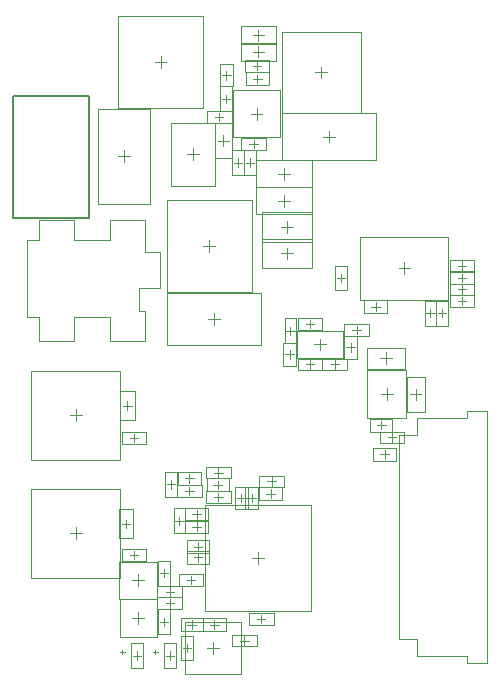
<source format=gbr>
%TF.GenerationSoftware,Altium Limited,Altium Designer,20.1.12 (249)*%
G04 Layer_Color=32768*
%FSLAX45Y45*%
%MOMM*%
%TF.SameCoordinates,4EE8302A-A9A8-49E0-93C5-14594FCB678D*%
%TF.FilePolarity,Positive*%
%TF.FileFunction,Other,M15_-_Top_Courtyard*%
%TF.Part,Single*%
G01*
G75*
%TA.AperFunction,NonConductor*%
%ADD136C,0.05000*%
%ADD137C,0.10000*%
%ADD138C,0.01000*%
%ADD141C,0.12700*%
D136*
X1062500Y155000D02*
Y195000D01*
X1042500Y175000D02*
X1082500D01*
X3705000Y85000D02*
Y145000D01*
Y85000D02*
X3875000D01*
Y2215000D01*
X3705000D02*
X3875000D01*
X3705000Y2155000D02*
Y2215000D01*
X3275000Y2155000D02*
X3705000D01*
X3275000Y2010000D02*
Y2155000D01*
X3125000Y2010000D02*
X3275000D01*
X3125000Y290000D02*
Y2010000D01*
Y290000D02*
X3275000D01*
Y145000D02*
Y290000D01*
Y145000D02*
X3705000D01*
X-22500Y3660000D02*
X77500D01*
Y3835000D01*
X377500D01*
Y3660000D02*
Y3835000D01*
Y3660000D02*
X677500D01*
Y3835000D01*
X977500D01*
Y3560000D02*
Y3835000D01*
Y3560000D02*
X1102500D01*
Y3260000D02*
Y3560000D01*
X927500Y3260000D02*
X1102500D01*
X927500Y3060000D02*
Y3260000D01*
Y3060000D02*
X977500D01*
Y2810000D02*
Y3060000D01*
X677500Y2810000D02*
X977500D01*
X677500D02*
Y3010000D01*
X377500D02*
X677500D01*
X377500Y2810000D02*
Y3010000D01*
X77500Y2810000D02*
X377500D01*
X77500D02*
Y3010000D01*
X-22500D02*
X77500D01*
X-22500D02*
Y3660000D01*
X2467500Y5032500D02*
Y5132500D01*
X2417500Y5082500D02*
X2517500D01*
X2802500Y4742500D02*
Y5422500D01*
X2132500Y4742500D02*
X2802500D01*
X2132500D02*
Y5422500D01*
X2802500D01*
X761500Y622500D02*
X1073500D01*
X761500Y302500D02*
X1073500D01*
Y622500D01*
X761500Y302500D02*
Y622500D01*
X917500Y412500D02*
Y512500D01*
X867500Y462500D02*
X967500D01*
X2800000Y3690000D02*
X3545000D01*
X2800000Y3160000D02*
X3545000D01*
X2800000D02*
Y3690000D01*
X3545000Y3160000D02*
Y3690000D01*
X2460000Y2730000D02*
Y2830000D01*
X2410000Y2780000D02*
X2510000D01*
X2265000Y2895000D02*
X2655000D01*
X2265000Y2665000D02*
X2655000D01*
X2265000D02*
Y2895000D01*
X2655000Y2665000D02*
Y2895000D01*
X1720000Y4532500D02*
Y4932500D01*
X2120000Y4532500D02*
Y4932500D01*
X1720000Y4532500D02*
X2120000D01*
X1720000Y4932500D02*
X2120000D01*
X3187500Y2160001D02*
Y2560001D01*
X2857500Y2160001D02*
Y2560001D01*
X3187500D01*
X2857500Y2160001D02*
X3187500D01*
X390000Y2130000D02*
Y2230000D01*
X340000Y2180000D02*
X440000D01*
X14500Y1804000D02*
Y2556000D01*
Y1804000D02*
X765500D01*
Y2556000D01*
X14500D02*
X765500D01*
X1312500Y-12500D02*
Y427500D01*
X1792500D01*
Y-12500D02*
Y427500D01*
X1312500Y-12500D02*
X1792500D01*
X390000Y1130000D02*
Y1230000D01*
X340000Y1180000D02*
X440000D01*
X14500Y804000D02*
Y1556000D01*
Y804000D02*
X765500D01*
Y1556000D01*
X14500D02*
X765500D01*
X917500Y732500D02*
Y832500D01*
X867500Y782500D02*
X967500D01*
X757500Y938500D02*
X1077500D01*
X757500Y626500D02*
X1077500D01*
X757500D02*
Y938500D01*
X1077500Y626500D02*
Y938500D01*
X762500Y175000D02*
X802500D01*
X782500Y155000D02*
Y195000D01*
D137*
X3172500Y3375000D02*
Y3475000D01*
X3122500Y3425000D02*
X3222500D01*
X1870000Y4732500D02*
X1970000D01*
X1920000Y4682500D02*
Y4782500D01*
X2972500Y2360001D02*
X3072500D01*
X3022500Y2310000D02*
Y2410001D01*
X1552500Y157500D02*
Y257500D01*
X1502500Y207500D02*
X1602500D01*
D138*
X2152500Y3944999D02*
Y4045000D01*
X2102500Y3995000D02*
X2202500D01*
X1917500Y4110000D02*
X2387500D01*
X1917500Y3880000D02*
X2387500D01*
X1917500D02*
Y4110000D01*
X2387500Y3880000D02*
Y4110000D01*
X1967500Y3897500D02*
X2387500D01*
Y3647500D02*
Y3897500D01*
X1967500Y3647500D02*
X2387500D01*
X1967500D02*
Y3897500D01*
X2127500Y3772500D02*
X2227500D01*
X2177500Y3722500D02*
Y3822500D01*
X1592500Y4505000D02*
X1687500D01*
X1640000Y4457500D02*
Y4552500D01*
X1715000Y4354999D02*
Y4654999D01*
X1565000Y4354999D02*
Y4654999D01*
X1715000D01*
X1565000Y4354999D02*
X1715000D01*
X1570000Y4125000D02*
Y4655000D01*
X1200000Y4125000D02*
X1570000D01*
X1335000Y4390000D02*
X1435000D01*
X1385000Y4340000D02*
Y4440000D01*
X1200000Y4125000D02*
Y4655000D01*
X1570000D01*
X3070000Y2042501D02*
Y2152500D01*
X2880000D02*
X3070000D01*
X2880000Y2042501D02*
Y2152500D01*
Y2042501D02*
X3070000D01*
X2937500Y2097501D02*
X3012500D01*
X2975000Y2060000D02*
Y2135001D01*
X3220000Y2357500D02*
X3315000D01*
X3267500Y2310000D02*
Y2405001D01*
X3342500Y2207500D02*
Y2507500D01*
X3192500Y2207500D02*
Y2507500D01*
X3342500D01*
X3192500Y2207500D02*
X3342500D01*
X2132500Y4339999D02*
Y4740000D01*
X2932500D01*
Y4339999D02*
Y4740000D01*
X2132500Y4339999D02*
X2932500D01*
X2482500Y4540000D02*
X2582500D01*
X2532500Y4490000D02*
Y4589999D01*
X1560000Y2947500D02*
Y3047500D01*
X1510000Y2997500D02*
X1610000D01*
X1160000Y2777500D02*
Y3217500D01*
X1960000D01*
Y2777500D02*
Y3217500D01*
X1160000Y2777500D02*
X1960000D01*
X792500Y2262500D02*
X862500D01*
X827500Y2227500D02*
Y2297500D01*
X767500Y2137500D02*
Y2387500D01*
X887500Y2137500D02*
Y2387500D01*
X767500Y2137500D02*
X887500D01*
X767500Y2387500D02*
X887500D01*
X2857500Y2572501D02*
X3177500D01*
X2857500D02*
Y2752501D01*
X2967500Y2662501D02*
X3067500D01*
X3017500Y2612501D02*
Y2712501D01*
X2857500Y2752501D02*
X3177500D01*
Y2572501D02*
Y2752501D01*
X1827500Y4319999D02*
X1897500D01*
X1862500Y4285000D02*
Y4355000D01*
X1812500Y4214999D02*
Y4425000D01*
X1912500Y4214999D02*
Y4425000D01*
X1812500Y4214999D02*
X1912500D01*
X1812500Y4425000D02*
X1912500D01*
X3067500Y1957501D02*
Y2027501D01*
X3032500Y1992501D02*
X3102501D01*
X2962500Y2042500D02*
X3172500D01*
X2962500Y1942501D02*
X3172500D01*
X2962500D02*
Y2042500D01*
X3172500Y1942501D02*
Y2042500D01*
X1885000Y972500D02*
X1985000D01*
X1935000Y922500D02*
Y1022500D01*
X2385000Y522500D02*
Y1422500D01*
X1485000Y522500D02*
Y1422500D01*
X2385000D01*
X1485000Y522500D02*
X2385000D01*
X1160000Y4005000D02*
X1880000D01*
X1160000Y3225000D02*
X1880000D01*
Y4005000D01*
X1160000Y3225000D02*
Y4005000D01*
X1520000Y3565000D02*
Y3665000D01*
X1470000Y3615000D02*
X1570000D01*
X747500Y4780000D02*
X1467500D01*
X747500Y5560000D02*
X1467500D01*
X747500Y4780000D02*
Y5560000D01*
X1467500Y4780000D02*
Y5560000D01*
X1107500Y5120000D02*
Y5220000D01*
X1057500Y5170000D02*
X1157500D01*
X1247500Y1490000D02*
Y1590000D01*
X1457500Y1490000D02*
Y1590000D01*
X1247500D02*
X1457500D01*
X1247500Y1490000D02*
X1457500D01*
X1317500Y1540000D02*
X1387500D01*
X1352500Y1505000D02*
Y1575000D01*
Y1607500D02*
Y1682500D01*
X1315000Y1645000D02*
X1390000D01*
X1257500Y1590000D02*
X1447500D01*
X1257500D02*
Y1700000D01*
X1447500D01*
Y1590000D02*
Y1700000D01*
X1140000Y250000D02*
X1240000D01*
X1140000Y40000D02*
X1240000D01*
Y250000D01*
X1140000Y40000D02*
Y250000D01*
X1190000Y110000D02*
Y180000D01*
X1155000Y145000D02*
X1225000D01*
X1842500Y1480000D02*
X1917500D01*
X1880000Y1442500D02*
Y1517500D01*
X1825000Y1385000D02*
Y1575000D01*
X1935000D01*
Y1385000D02*
Y1575000D01*
X1825000Y1385000D02*
X1935000D01*
X1412500Y1197500D02*
Y1272500D01*
X1375000Y1235000D02*
X1450000D01*
X1317500Y1290000D02*
X1507500D01*
Y1180000D02*
Y1290000D01*
X1317500Y1180000D02*
X1507500D01*
X1317500D02*
Y1290000D01*
X777500Y1262500D02*
X847500D01*
X812500Y1227500D02*
Y1297500D01*
X752500Y1137500D02*
Y1387500D01*
X872500Y1137500D02*
Y1387500D01*
X752500Y1137500D02*
X872500D01*
X752500Y1387500D02*
X872500D01*
X1562500Y367500D02*
Y442500D01*
X1525000Y405000D02*
X1600000D01*
X1467500Y350000D02*
X1657500D01*
X1467500D02*
Y460000D01*
X1657500D01*
Y350000D02*
Y460000D01*
X1085000Y537500D02*
X1185000D01*
X1085000Y327500D02*
X1185000D01*
Y537500D01*
X1085000Y327500D02*
Y537500D01*
X1135000Y397500D02*
Y467500D01*
X1100000Y432500D02*
X1170000D01*
X1147500Y1490000D02*
X1247500D01*
X1147500Y1700000D02*
X1247500D01*
X1147500Y1490000D02*
Y1700000D01*
X1247500Y1490000D02*
Y1700000D01*
X1197500Y1560000D02*
Y1630000D01*
X1162500Y1595000D02*
X1232500D01*
X2157500Y2790000D02*
X2257500D01*
X2157500Y3000000D02*
X2257500D01*
X2157500Y2790000D02*
Y3000000D01*
X2257500Y2790000D02*
Y3000000D01*
X2207500Y2860000D02*
Y2930000D01*
X2172500Y2895000D02*
X2242500D01*
X2165000Y2695000D02*
X2240000D01*
X2202500Y2657500D02*
Y2732500D01*
X2147500Y2600000D02*
Y2790000D01*
X2257500D01*
Y2600000D02*
Y2790000D01*
X2147500Y2600000D02*
X2257500D01*
X1627500Y5060000D02*
X1702500D01*
X1665000Y5022499D02*
Y5097500D01*
X1720000Y4964999D02*
Y5155000D01*
X1610000Y4964999D02*
X1720000D01*
X1610000D02*
Y5155000D01*
X1720000D01*
X2872500Y2850000D02*
Y2950000D01*
X2662500Y2850000D02*
Y2950000D01*
Y2850000D02*
X2872500D01*
X2662500Y2950000D02*
X2872500D01*
X2732500Y2900000D02*
X2802500D01*
X2767500Y2865000D02*
Y2935000D01*
X3765000Y3195000D02*
Y3295000D01*
X3555000Y3195000D02*
Y3295000D01*
Y3195000D02*
X3765000D01*
X3555000Y3295000D02*
X3765000D01*
X3625000Y3245000D02*
X3695000D01*
X3660000Y3210000D02*
Y3280000D01*
X2585000Y3237500D02*
X2685000D01*
X2585000Y3447500D02*
X2685000D01*
X2585000Y3237500D02*
Y3447500D01*
X2685000Y3237500D02*
Y3447500D01*
X2635000Y3307500D02*
Y3377500D01*
X2600000Y3342500D02*
X2670000D01*
X1610000Y4965000D02*
X1710000D01*
X1610000Y4755000D02*
X1710000D01*
Y4965000D01*
X1610000Y4755000D02*
Y4965000D01*
X1660000Y4825000D02*
Y4895000D01*
X1625000Y4860000D02*
X1695000D01*
X1820000Y5085000D02*
Y5185000D01*
X2030000Y5085000D02*
Y5185000D01*
X1820000D02*
X2030000D01*
X1820000Y5085000D02*
X2030000D01*
X1890000Y5134999D02*
X1960000D01*
X1925000Y5099999D02*
Y5170000D01*
X575000Y3972500D02*
Y4772500D01*
Y3972500D02*
X1015000D01*
Y4772500D01*
X575000D02*
X1015000D01*
X795000Y4322500D02*
Y4422500D01*
X745000Y4372500D02*
X845000D01*
X1280000Y105000D02*
X1380000D01*
X1280000Y315000D02*
X1380000D01*
X1280000Y105000D02*
Y315000D01*
X1380000Y105000D02*
Y315000D01*
X1330001Y175000D02*
Y245000D01*
X1295000Y210000D02*
X1365001D01*
X1372500Y367500D02*
Y442500D01*
X1335000Y405000D02*
X1410000D01*
X1277500Y460000D02*
X1467500D01*
Y350000D02*
Y460000D01*
X1277500Y350000D02*
X1467500D01*
X1277500D02*
Y460000D01*
X1425000Y1030000D02*
Y1105000D01*
X1387500Y1067500D02*
X1462500D01*
X1330000Y1012500D02*
X1520000D01*
X1330000D02*
Y1122500D01*
X1520000D01*
Y1012500D02*
Y1122500D01*
X1942500Y1570000D02*
Y1670000D01*
X2152500Y1570000D02*
Y1670000D01*
X1942500D02*
X2152500D01*
X1942500Y1570000D02*
X2152500D01*
X2012500Y1620000D02*
X2082500D01*
X2047500Y1585000D02*
Y1655000D01*
X1085000Y737500D02*
X1185000D01*
X1085000Y947500D02*
X1185000D01*
X1085000Y737500D02*
Y947500D01*
X1185000Y737500D02*
Y947500D01*
X1135000Y807500D02*
Y877500D01*
X1100000Y842500D02*
X1170000D01*
X2040000Y1477500D02*
Y1552500D01*
X2002500Y1515000D02*
X2077500D01*
X1945000Y1460000D02*
X2135000D01*
X1945000D02*
Y1570000D01*
X2135000D01*
Y1460000D02*
Y1570000D01*
X1855000Y402500D02*
Y502500D01*
X2065000Y402500D02*
Y502500D01*
X1855000D02*
X2065000D01*
X1855000Y402500D02*
X2065000D01*
X1925000Y452500D02*
X1995000D01*
X1960000Y417500D02*
Y487500D01*
X1500000Y4655000D02*
Y4755000D01*
X1710000Y4655000D02*
Y4755000D01*
X1500000D02*
X1710000D01*
X1500000Y4655000D02*
X1710000D01*
X1570000Y4704999D02*
X1640000D01*
X1605000Y4670000D02*
Y4740000D01*
X2477500Y2560000D02*
Y2660000D01*
X2267500Y2560000D02*
Y2660000D01*
Y2560000D02*
X2477500D01*
X2267500Y2660000D02*
X2477500D01*
X2337500Y2610000D02*
X2407500D01*
X2372500Y2575000D02*
Y2645000D01*
X2177500Y3500000D02*
Y3600000D01*
X2127500Y3550000D02*
X2227500D01*
X2387500Y3425000D02*
Y3675000D01*
X1967500D02*
X2387500D01*
X1967500Y3425000D02*
Y3675000D01*
Y3425000D02*
X2387500D01*
X3555000Y3295000D02*
Y3395000D01*
X3765000Y3295000D02*
Y3395000D01*
X3555000D02*
X3765000D01*
X3555000Y3295000D02*
X3765000D01*
X3625000Y3345000D02*
X3695000D01*
X3660000Y3310000D02*
Y3380000D01*
X1927500Y4989999D02*
Y5065000D01*
X1890000Y5027499D02*
X1965000D01*
X1832500Y5082499D02*
X2022500D01*
Y4972500D02*
Y5082499D01*
X1832500Y4972500D02*
X2022500D01*
X1832500D02*
Y5082499D01*
X860000Y250000D02*
X960000D01*
X860000Y40000D02*
X960000D01*
Y250000D01*
X860000Y40000D02*
Y250000D01*
X910000Y110000D02*
Y180000D01*
X875000Y145000D02*
X945000D01*
X1492500Y1435000D02*
Y1535000D01*
X1702500Y1435000D02*
Y1535000D01*
X1492500D02*
X1702500D01*
X1492500Y1435000D02*
X1702500D01*
X1562500Y1485000D02*
X1632500D01*
X1597500Y1450000D02*
Y1520000D01*
X987500Y945000D02*
Y1045000D01*
X777500Y945000D02*
Y1045000D01*
Y945000D02*
X987500D01*
X777500Y1045000D02*
X987500D01*
X847500Y995000D02*
X917500D01*
X882500Y960000D02*
Y1030000D01*
X1592500Y1552500D02*
Y1627500D01*
X1555000Y1590000D02*
X1630000D01*
X1497500Y1535000D02*
X1687500D01*
X1497500D02*
Y1645000D01*
X1687500D01*
Y1535000D02*
Y1645000D01*
X1752500Y1480000D02*
X1827500D01*
X1790000Y1442500D02*
Y1517500D01*
X1845000Y1385000D02*
Y1575000D01*
X1735000Y1385000D02*
X1845000D01*
X1735000D02*
Y1575000D01*
X1845000D01*
X1080000Y637500D02*
Y737500D01*
X1290000Y637500D02*
Y737500D01*
X1080000D02*
X1290000D01*
X1080000Y637500D02*
X1290000D01*
X1150000Y687500D02*
X1220000D01*
X1185000Y652500D02*
Y722500D01*
X1702500Y1645000D02*
Y1745000D01*
X1492500Y1645000D02*
Y1745000D01*
Y1645000D02*
X1702500D01*
X1492500Y1745000D02*
X1702500D01*
X1562500Y1695000D02*
X1632500D01*
X1597500Y1660000D02*
Y1730000D01*
X2267500Y2902500D02*
Y3002500D01*
X2477500Y2902500D02*
Y3002500D01*
X2267500D02*
X2477500D01*
X2267500Y2902500D02*
X2477500D01*
X2337500Y2952500D02*
X2407500D01*
X2372500Y2917500D02*
Y2987500D01*
X2680000Y2755000D02*
X2755000D01*
X2717500Y2717500D02*
Y2792500D01*
X2662500Y2660000D02*
Y2850000D01*
X2772500D01*
Y2660000D02*
Y2850000D01*
X2662500Y2660000D02*
X2772500D01*
X1785000Y5182499D02*
Y5332499D01*
X2085000Y5182499D02*
Y5332499D01*
X1785000D02*
X2085000D01*
X1785000Y5182499D02*
X2085000D01*
X1887500Y5257500D02*
X1982500D01*
X1935000Y5209999D02*
Y5304999D01*
X3442500Y3150000D02*
X3542500D01*
X3442500Y2940000D02*
X3542500D01*
Y3150000D01*
X3442500Y2940000D02*
Y3150000D01*
X3492500Y3010000D02*
Y3080000D01*
X3457500Y3045000D02*
X3527500D01*
X3342501Y2940000D02*
X3442500D01*
X3342501Y3150000D02*
X3442500D01*
X3342501Y2940000D02*
Y3150000D01*
X3442500Y2940000D02*
Y3150000D01*
X3392501Y3010000D02*
Y3080000D01*
X3357501Y3045000D02*
X3427501D01*
X2927500Y3062500D02*
Y3137500D01*
X2890000Y3100000D02*
X2965000D01*
X2832500Y3045000D02*
X3022500D01*
X2832500D02*
Y3155000D01*
X3022500D01*
Y3045000D02*
Y3155000D01*
X2387500Y4109999D02*
Y4339999D01*
X1917500Y4109999D02*
Y4339999D01*
Y4109999D02*
X2387500D01*
X1917500Y4339999D02*
X2387500D01*
X2102500Y4224999D02*
X2202500D01*
X2152500Y4174999D02*
Y4274999D01*
X1712500Y4215000D02*
X1812500D01*
X1712500Y4425000D02*
X1812500D01*
X1712500Y4215000D02*
Y4425000D01*
X1812500Y4215000D02*
Y4425000D01*
X1762500Y4285000D02*
Y4355000D01*
X1727500Y4320000D02*
X1797500D01*
X1425000Y940000D02*
Y1015000D01*
X1387500Y977500D02*
X1462500D01*
X1330000Y1032500D02*
X1520000D01*
Y922500D02*
Y1032500D01*
X1330000Y922500D02*
X1520000D01*
X1330000D02*
Y1032500D01*
X1217500Y1392500D02*
X1317500D01*
X1217500Y1182500D02*
X1317500D01*
Y1392500D01*
X1217500Y1182500D02*
Y1392500D01*
X1267500Y1252500D02*
Y1322500D01*
X1232500Y1287500D02*
X1302500D01*
X1412500Y1302500D02*
Y1377500D01*
X1375000Y1340000D02*
X1450000D01*
X1317500Y1395000D02*
X1507500D01*
Y1285000D02*
Y1395000D01*
X1317500Y1285000D02*
X1507500D01*
X1317500D02*
Y1395000D01*
X1470000Y737500D02*
Y837500D01*
X1260000Y737500D02*
Y837500D01*
Y737500D02*
X1470000D01*
X1260000Y837500D02*
X1470000D01*
X1330000Y787500D02*
X1400000D01*
X1365000Y752500D02*
Y822500D01*
X3005000Y1812500D02*
Y1887500D01*
X2967500Y1850000D02*
X3042500D01*
X2910000Y1905000D02*
X3100000D01*
Y1795000D02*
Y1905000D01*
X2910000Y1795000D02*
X3100000D01*
X2910000D02*
Y1905000D01*
X1790000Y4425000D02*
Y4525000D01*
X2000000Y4425000D02*
Y4525000D01*
X1790000D02*
X2000000D01*
X1790000Y4425000D02*
X2000000D01*
X1860000Y4475000D02*
X1930000D01*
X1895000Y4440000D02*
Y4510000D01*
X2477500Y2560000D02*
Y2660000D01*
X2687500Y2560000D02*
Y2660000D01*
X2477500D02*
X2687500D01*
X2477500Y2560000D02*
X2687500D01*
X2547500Y2610000D02*
X2617500D01*
X2582500Y2575000D02*
Y2645000D01*
X3555000Y3095000D02*
Y3195000D01*
X3765000Y3095000D02*
Y3195000D01*
X3555000D02*
X3765000D01*
X3555000Y3095000D02*
X3765000D01*
X3625000Y3145000D02*
X3695000D01*
X3660000Y3110000D02*
Y3180000D01*
X3765000Y3397500D02*
Y3497500D01*
X3555000Y3397500D02*
Y3497500D01*
Y3397500D02*
X3765000D01*
X3555000Y3497500D02*
X3765000D01*
X3625000Y3447500D02*
X3695000D01*
X3660000Y3412500D02*
Y3482500D01*
X1080000Y537500D02*
Y637500D01*
X1290000Y537500D02*
Y637500D01*
X1080000D02*
X1290000D01*
X1080000Y537500D02*
X1290000D01*
X1150000Y587500D02*
X1220000D01*
X1185000Y552500D02*
Y622500D01*
X1922500Y222500D02*
Y322500D01*
X1712500Y222500D02*
Y322500D01*
Y222500D02*
X1922500D01*
X1712500Y322500D02*
X1922500D01*
X1782500Y272500D02*
X1852500D01*
X1817500Y237500D02*
Y307500D01*
X1785000Y5322499D02*
Y5472499D01*
X2085000Y5322499D02*
Y5472499D01*
X1785000D02*
X2085000D01*
X1785000Y5322499D02*
X2085000D01*
X1887500Y5397499D02*
X1982500D01*
X1935000Y5349999D02*
Y5444999D01*
X987500Y1940000D02*
Y2040000D01*
X777500Y1940000D02*
Y2040000D01*
Y1940000D02*
X987500D01*
X777500Y2040000D02*
X987500D01*
X847500Y1990000D02*
X917500D01*
X882500Y1955000D02*
Y2025000D01*
D141*
X-144620Y3852511D02*
Y4882511D01*
Y3852511D02*
X502505D01*
Y4882511D01*
X-144620D02*
X502505D01*
%TF.MD5,33518cf42b1fe1b0df906c5f602ce11d*%
M02*

</source>
